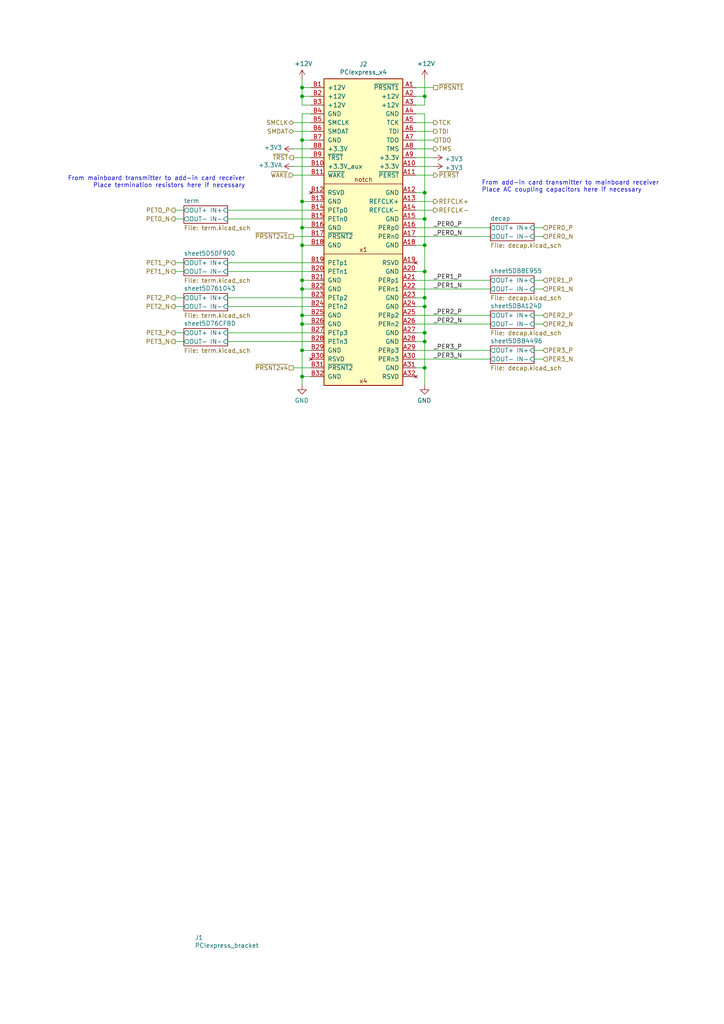
<source format=kicad_sch>
(kicad_sch (version 20211123) (generator eeschema)
  (paper "A4" portrait)
  (title_block (title "PCIexpress_x4_full") (company "Author: Luca Anastasio"))
  (lib_symbols
    (symbol "PCIexpress:PCIexpress_bracket" (pin_names (offset 1.016))
      (property "Reference" "J" (at 0 0 0))
      (property "Value" "PCIexpress_bracket" (at 0 0 0))
    )
    (symbol "PCIexpress:PCIexpress_x4" (pin_names (offset 1.016))
      (property "Reference" "J" (at 0 3.81 0))
      (property "Value" "PCIexpress_x4" (at 0 1.27 0))
      (symbol "PCIexpress_x4_0_0"
        (text "notch" (at 0 -29.21 0) (effects (font (size 1.27 1.27))))
        (text "x1" (at 0 -49.53 0) (effects (font (size 1.27 1.27))))
        (text "x4" (at 0 -87.63 0) (effects (font (size 1.27 1.27))))
      )
      (symbol "PCIexpress_x4_0_1"
        (polyline (pts (xy 11.43 -50.8) (xy -11.43 -50.8)))
        (polyline (pts (xy 11.43 -30.48) (xy -11.43 -30.48)))
      )
      (symbol "PCIexpress_x4_1_1"
        (rectangle (start 11.43 0) (end -11.43 -88.9) (stroke (width 0.254)) (fill (type background)))
        (pin passive line (at 15.24 -2.54 180) (length 3.81) (name "~{PRSNT1}") (number "A1"))
        (pin power_out line (at 15.24 -25.4 180) (length 3.81) (name "+3.3V") (number "A10"))
        (pin output line (at 15.24 -27.94 180) (length 3.81) (name "~{PERST}") (number "A11"))
        (pin power_out line (at 15.24 -33.02 180) (length 3.81) (name "GND") (number "A12"))
        (pin output line (at 15.24 -35.56 180) (length 3.81) (name "REFCLK+") (number "A13"))
        (pin output line (at 15.24 -38.1 180) (length 3.81) (name "REFCLK-") (number "A14"))
        (pin power_out line (at 15.24 -40.64 180) (length 3.81) (name "GND") (number "A15"))
        (pin input line (at 15.24 -43.18 180) (length 3.81) (name "PERp0") (number "A16"))
        (pin input line (at 15.24 -45.72 180) (length 3.81) (name "PERn0") (number "A17"))
        (pin power_out line (at 15.24 -48.26 180) (length 3.81) (name "GND") (number "A18"))
        (pin no_connect line (at 15.24 -53.34 180) (length 3.81) (name "RSVD") (number "A19"))
        (pin power_out line (at 15.24 -5.08 180) (length 3.81) (name "+12V") (number "A2"))
        (pin power_out line (at 15.24 -55.88 180) (length 3.81) (name "GND") (number "A20"))
        (pin input line (at 15.24 -58.42 180) (length 3.81) (name "PERp1") (number "A21"))
        (pin input line (at 15.24 -60.96 180) (length 3.81) (name "PERn1") (number "A22"))
        (pin power_out line (at 15.24 -63.5 180) (length 3.81) (name "GND") (number "A23"))
        (pin power_out line (at 15.24 -66.04 180) (length 3.81) (name "GND") (number "A24"))
        (pin input line (at 15.24 -68.58 180) (length 3.81) (name "PERp2") (number "A25"))
        (pin input line (at 15.24 -71.12 180) (length 3.81) (name "PERn2") (number "A26"))
        (pin power_out line (at 15.24 -73.66 180) (length 3.81) (name "GND") (number "A27"))
        (pin power_out line (at 15.24 -76.2 180) (length 3.81) (name "GND") (number "A28"))
        (pin input line (at 15.24 -78.74 180) (length 3.81) (name "PERp3") (number "A29"))
        (pin power_out line (at 15.24 -7.62 180) (length 3.81) (name "+12V") (number "A3"))
        (pin input line (at 15.24 -81.28 180) (length 3.81) (name "PERn3") (number "A30"))
        (pin power_out line (at 15.24 -83.82 180) (length 3.81) (name "GND") (number "A31"))
        (pin no_connect line (at 15.24 -86.36 180) (length 3.81) (name "RSVD") (number "A32"))
        (pin power_out line (at 15.24 -10.16 180) (length 3.81) (name "GND") (number "A4"))
        (pin output line (at 15.24 -12.7 180) (length 3.81) (name "TCK") (number "A5"))
        (pin output line (at 15.24 -15.24 180) (length 3.81) (name "TDI") (number "A6"))
        (pin input line (at 15.24 -17.78 180) (length 3.81) (name "TDO") (number "A7"))
        (pin output line (at 15.24 -20.32 180) (length 3.81) (name "TMS") (number "A8"))
        (pin power_out line (at 15.24 -22.86 180) (length 3.81) (name "+3.3V") (number "A9"))
        (pin power_out line (at -15.24 -2.54 0) (length 3.81) (name "+12V") (number "B1"))
        (pin power_out line (at -15.24 -25.4 0) (length 3.81) (name "+3.3V_aux") (number "B10"))
        (pin open_collector line (at -15.24 -27.94 0) (length 3.81) (name "~{WAKE}") (number "B11"))
        (pin no_connect line (at -15.24 -33.02 0) (length 3.81) (name "RSVD") (number "B12"))
        (pin power_out line (at -15.24 -35.56 0) (length 3.81) (name "GND") (number "B13"))
        (pin output line (at -15.24 -38.1 0) (length 3.81) (name "PETp0") (number "B14"))
        (pin output line (at -15.24 -40.64 0) (length 3.81) (name "PETn0") (number "B15"))
        (pin power_out line (at -15.24 -43.18 0) (length 3.81) (name "GND") (number "B16"))
        (pin passive line (at -15.24 -45.72 0) (length 3.81) (name "~{PRSNT2}") (number "B17"))
        (pin power_out line (at -15.24 -48.26 0) (length 3.81) (name "GND") (number "B18"))
        (pin output line (at -15.24 -53.34 0) (length 3.81) (name "PETp1") (number "B19"))
        (pin power_out line (at -15.24 -5.08 0) (length 3.81) (name "+12V") (number "B2"))
        (pin output line (at -15.24 -55.88 0) (length 3.81) (name "PETn1") (number "B20"))
        (pin power_out line (at -15.24 -58.42 0) (length 3.81) (name "GND") (number "B21"))
        (pin power_out line (at -15.24 -60.96 0) (length 3.81) (name "GND") (number "B22"))
        (pin output line (at -15.24 -63.5 0) (length 3.81) (name "PETp2") (number "B23"))
        (pin output line (at -15.24 -66.04 0) (length 3.81) (name "PETn2") (number "B24"))
        (pin power_out line (at -15.24 -68.58 0) (length 3.81) (name "GND") (number "B25"))
        (pin power_out line (at -15.24 -71.12 0) (length 3.81) (name "GND") (number "B26"))
        (pin output line (at -15.24 -73.66 0) (length 3.81) (name "PETp3") (number "B27"))
        (pin output line (at -15.24 -76.2 0) (length 3.81) (name "PETn3") (number "B28"))
        (pin power_out line (at -15.24 -78.74 0) (length 3.81) (name "GND") (number "B29"))
        (pin power_out line (at -15.24 -7.62 0) (length 3.81) (name "+12V") (number "B3"))
        (pin no_connect line (at -15.24 -81.28 0) (length 3.81) (name "RSVD") (number "B30"))
        (pin passive line (at -15.24 -83.82 0) (length 3.81) (name "~{PRSNT2}") (number "B31"))
        (pin power_out line (at -15.24 -86.36 0) (length 3.81) (name "GND") (number "B32"))
        (pin power_out line (at -15.24 -10.16 0) (length 3.81) (name "GND") (number "B4"))
        (pin open_collector line (at -15.24 -12.7 0) (length 3.81) (name "SMCLK") (number "B5"))
        (pin open_collector line (at -15.24 -15.24 0) (length 3.81) (name "SMDAT") (number "B6"))
        (pin power_out line (at -15.24 -17.78 0) (length 3.81) (name "GND") (number "B7"))
        (pin power_out line (at -15.24 -20.32 0) (length 3.81) (name "+3.3V") (number "B8"))
        (pin output line (at -15.24 -22.86 0) (length 3.81) (name "~{TRST}") (number "B9"))
      )
    )
    (symbol "PCIexpress_x4_full-rescue:+3.3V-power" (power) (pin_names (offset 0))
      (property "Value" "+3.3V-power" (at 0 3.556 0))
      (symbol "+3.3V-power_0_1"
        (polyline (pts (xy -0.762 1.27) (xy 0 2.54)))
        (polyline (pts (xy 0 0) (xy 0 2.54)))
        (polyline (pts (xy 0 2.54) (xy 0.762 1.27)))
      )
      (symbol "+3.3V-power_1_1"
        (pin power_in line (at 0 0 90) (length 0) hide (name "+3V3") (number "1"))
      )
    )
    (symbol "power:+12V" (power) (pin_names (offset 0))
      (property "Value" "+12V" (at 0 3.556 0))
      (symbol "+12V_0_1"
        (polyline (pts (xy -0.762 1.27) (xy 0 2.54)))
        (polyline (pts (xy 0 0) (xy 0 2.54)))
        (polyline (pts (xy 0 2.54) (xy 0.762 1.27)))
      )
      (symbol "+12V_1_1"
        (pin power_in line (at 0 0 90) (length 0) hide (name "+12V") (number "1"))
      )
    )
    (symbol "power:+3.3VA" (power) (pin_names (offset 0))
      (property "Value" "+3.3VA" (at 0 3.556 0))
      (symbol "+3.3VA_0_1"
        (polyline (pts (xy -0.762 1.27) (xy 0 2.54)))
        (polyline (pts (xy 0 0) (xy 0 2.54)))
        (polyline (pts (xy 0 2.54) (xy 0.762 1.27)))
      )
      (symbol "+3.3VA_1_1"
        (pin power_in line (at 0 0 90) (length 0) hide (name "+3.3VA") (number "1"))
      )
    )
    (symbol "power:GND" (power) (pin_names (offset 0))
      (property "Value" "GND" (at 0 -3.81 0))
      (symbol "GND_0_1"
        (polyline (pts (xy 0 0) (xy 0 -1.27) (xy 1.27 -1.27) (xy 0 -2.54) (xy -1.27 -1.27) (xy 0 -1.27)))
      )
      (symbol "GND_1_1"
        (pin power_in line (at 0 0 270) (length 0) hide (name "GND") (number "1"))
      )
    )
  )
  (junction (at 87.63 27.94))
  (junction (at 123.19 63.5))
  (junction (at 123.19 27.94))
  (junction (at 123.19 78.74))
  (junction (at 87.63 109.22))
  (junction (at 123.19 86.36))
  (junction (at 123.19 88.9))
  (junction (at 87.63 58.42))
  (junction (at 123.19 71.12))
  (junction (at 87.63 93.98))
  (junction (at 87.63 83.82))
  (junction (at 87.63 71.12))
  (junction (at 123.19 96.52))
  (junction (at 87.63 91.44))
  (junction (at 123.19 99.06))
  (junction (at 87.63 101.6))
  (junction (at 87.63 66.04))
  (junction (at 87.63 40.64))
  (junction (at 123.19 106.68))
  (junction (at 123.19 55.88))
  (junction (at 87.63 25.4))
  (junction (at 87.63 81.28))
  (wire (pts (xy 120.65 71.12) (xy 123.19 71.12)))
  (wire (pts (xy 90.17 40.64) (xy 87.63 40.64)))
  (wire (pts (xy 50.8 86.36) (xy 53.34 86.36)))
  (wire (pts (xy 120.65 58.42) (xy 125.73 58.42)))
  (wire (pts (xy 87.63 91.44) (xy 87.63 83.82)))
  (wire (pts (xy 85.09 43.18) (xy 90.17 43.18)))
  (wire (pts (xy 120.65 55.88) (xy 123.19 55.88)))
  (wire (pts (xy 120.65 93.98) (xy 142.24 93.98)))
  (wire (pts (xy 66.04 76.2) (xy 90.17 76.2)))
  (wire (pts (xy 90.17 30.48) (xy 87.63 30.48)))
  (wire (pts (xy 90.17 71.12) (xy 87.63 71.12)))
  (wire (pts (xy 85.09 35.56) (xy 90.17 35.56)))
  (wire (pts (xy 123.19 86.36) (xy 123.19 88.9)))
  (wire (pts (xy 50.8 96.52) (xy 53.34 96.52)))
  (wire (pts (xy 66.04 96.52) (xy 90.17 96.52)))
  (wire (pts (xy 154.94 93.98) (xy 157.48 93.98)))
  (wire (pts (xy 123.19 55.88) (xy 123.19 63.5)))
  (wire (pts (xy 90.17 25.4) (xy 87.63 25.4)))
  (wire (pts (xy 120.65 81.28) (xy 142.24 81.28)))
  (wire (pts (xy 123.19 111.76) (xy 123.19 106.68)))
  (wire (pts (xy 50.8 60.96) (xy 53.34 60.96)))
  (wire (pts (xy 87.63 109.22) (xy 87.63 101.6)))
  (wire (pts (xy 90.17 66.04) (xy 87.63 66.04)))
  (wire (pts (xy 120.65 40.64) (xy 125.73 40.64)))
  (wire (pts (xy 120.65 63.5) (xy 123.19 63.5)))
  (wire (pts (xy 120.65 66.04) (xy 142.24 66.04)))
  (wire (pts (xy 123.19 30.48) (xy 123.19 27.94)))
  (wire (pts (xy 120.65 45.72) (xy 125.73 45.72)))
  (wire (pts (xy 154.94 81.28) (xy 157.48 81.28)))
  (wire (pts (xy 87.63 83.82) (xy 87.63 81.28)))
  (wire (pts (xy 85.09 38.1) (xy 90.17 38.1)))
  (wire (pts (xy 90.17 58.42) (xy 87.63 58.42)))
  (wire (pts (xy 120.65 35.56) (xy 125.73 35.56)))
  (wire (pts (xy 87.63 93.98) (xy 87.63 91.44)))
  (wire (pts (xy 120.65 50.8) (xy 125.73 50.8)))
  (wire (pts (xy 120.65 78.74) (xy 123.19 78.74)))
  (wire (pts (xy 87.63 33.02) (xy 90.17 33.02)))
  (wire (pts (xy 87.63 101.6) (xy 87.63 93.98)))
  (wire (pts (xy 87.63 30.48) (xy 87.63 27.94)))
  (wire (pts (xy 120.65 60.96) (xy 125.73 60.96)))
  (wire (pts (xy 120.65 38.1) (xy 125.73 38.1)))
  (wire (pts (xy 120.65 86.36) (xy 123.19 86.36)))
  (wire (pts (xy 154.94 83.82) (xy 157.48 83.82)))
  (wire (pts (xy 87.63 71.12) (xy 87.63 66.04)))
  (wire (pts (xy 154.94 68.58) (xy 157.48 68.58)))
  (wire (pts (xy 90.17 109.22) (xy 87.63 109.22)))
  (wire (pts (xy 90.17 83.82) (xy 87.63 83.82)))
  (wire (pts (xy 120.65 68.58) (xy 142.24 68.58)))
  (wire (pts (xy 87.63 27.94) (xy 90.17 27.94)))
  (wire (pts (xy 90.17 91.44) (xy 87.63 91.44)))
  (wire (pts (xy 123.19 63.5) (xy 123.19 71.12)))
  (wire (pts (xy 120.65 43.18) (xy 125.73 43.18)))
  (wire (pts (xy 90.17 101.6) (xy 87.63 101.6)))
  (wire (pts (xy 50.8 63.5) (xy 53.34 63.5)))
  (wire (pts (xy 85.09 45.72) (xy 90.17 45.72)))
  (wire (pts (xy 90.17 68.58) (xy 85.09 68.58)))
  (wire (pts (xy 87.63 58.42) (xy 87.63 40.64)))
  (wire (pts (xy 85.09 48.26) (xy 90.17 48.26)))
  (wire (pts (xy 66.04 63.5) (xy 90.17 63.5)))
  (wire (pts (xy 66.04 88.9) (xy 90.17 88.9)))
  (wire (pts (xy 120.65 106.68) (xy 123.19 106.68)))
  (wire (pts (xy 120.65 88.9) (xy 123.19 88.9)))
  (wire (pts (xy 85.09 106.68) (xy 90.17 106.68)))
  (wire (pts (xy 120.65 104.14) (xy 142.24 104.14)))
  (wire (pts (xy 120.65 48.26) (xy 125.73 48.26)))
  (wire (pts (xy 123.19 33.02) (xy 123.19 55.88)))
  (wire (pts (xy 154.94 66.04) (xy 157.48 66.04)))
  (wire (pts (xy 87.63 66.04) (xy 87.63 58.42)))
  (wire (pts (xy 120.65 96.52) (xy 123.19 96.52)))
  (wire (pts (xy 66.04 86.36) (xy 90.17 86.36)))
  (wire (pts (xy 123.19 99.06) (xy 123.19 106.68)))
  (wire (pts (xy 50.8 78.74) (xy 53.34 78.74)))
  (wire (pts (xy 154.94 104.14) (xy 157.48 104.14)))
  (wire (pts (xy 123.19 96.52) (xy 123.19 99.06)))
  (wire (pts (xy 66.04 60.96) (xy 90.17 60.96)))
  (wire (pts (xy 123.19 78.74) (xy 123.19 86.36)))
  (wire (pts (xy 50.8 99.06) (xy 53.34 99.06)))
  (wire (pts (xy 66.04 99.06) (xy 90.17 99.06)))
  (wire (pts (xy 123.19 71.12) (xy 123.19 78.74)))
  (wire (pts (xy 87.63 81.28) (xy 87.63 71.12)))
  (wire (pts (xy 87.63 40.64) (xy 87.63 33.02)))
  (wire (pts (xy 66.04 78.74) (xy 90.17 78.74)))
  (wire (pts (xy 120.65 25.4) (xy 125.73 25.4)))
  (wire (pts (xy 120.65 99.06) (xy 123.19 99.06)))
  (wire (pts (xy 123.19 22.86) (xy 123.19 27.94)))
  (wire (pts (xy 87.63 111.76) (xy 87.63 109.22)))
  (wire (pts (xy 123.19 88.9) (xy 123.19 96.52)))
  (wire (pts (xy 87.63 27.94) (xy 87.63 25.4)))
  (wire (pts (xy 120.65 30.48) (xy 123.19 30.48)))
  (wire (pts (xy 120.65 91.44) (xy 142.24 91.44)))
  (wire (pts (xy 123.19 27.94) (xy 120.65 27.94)))
  (wire (pts (xy 85.09 50.8) (xy 90.17 50.8)))
  (wire (pts (xy 154.94 91.44) (xy 157.48 91.44)))
  (wire (pts (xy 123.19 33.02) (xy 120.65 33.02)))
  (wire (pts (xy 87.63 25.4) (xy 87.63 22.86)))
  (wire (pts (xy 50.8 76.2) (xy 53.34 76.2)))
  (wire (pts (xy 120.65 83.82) (xy 142.24 83.82)))
  (wire (pts (xy 120.65 101.6) (xy 142.24 101.6)))
  (wire (pts (xy 90.17 93.98) (xy 87.63 93.98)))
  (wire (pts (xy 50.8 88.9) (xy 53.34 88.9)))
  (wire (pts (xy 154.94 101.6) (xy 157.48 101.6)))
  (wire (pts (xy 90.17 81.28) (xy 87.63 81.28)))
  (text "From mainboard transmitter to add-in card receiver\nPlace termination resistors here if necessary" (at 71.12 54.61 180) (effects (font (size 1.27 1.27)) (justify right bottom)))
  (text "From add-in card transmitter to mainboard receiver\nPlace AC coupling capacitors here if necessary" (at 139.7 55.88 0) (effects (font (size 1.27 1.27)) (justify left bottom)))
  (label "_PER0_P" (at 125.73 66.04 0))
  (label "_PER2_P" (at 125.73 91.44 0))
  (label "_PER1_P" (at 125.73 81.28 0))
  (label "_PER3_N" (at 125.73 104.14 0))
  (label "_PER0_N" (at 125.73 68.58 0))
  (label "_PER3_P" (at 125.73 101.6 0))
  (label "_PER2_N" (at 125.73 93.98 0))
  (label "_PER1_N" (at 125.73 83.82 0))
  (hierarchical_label "TMS" (shape output) (at 125.73 43.18 0))
  (hierarchical_label "PER0_P" (shape input) (at 157.48 66.04 0))
  (hierarchical_label "PER0_N" (shape input) (at 157.48 68.58 0))
  (hierarchical_label "PET1_P" (shape output) (at 50.8 76.2 180))
  (hierarchical_label "~{TRST}" (shape output) (at 85.09 45.72 180))
  (hierarchical_label "PER2_N" (shape input) (at 157.48 93.98 0))
  (hierarchical_label "~{PRSNT1}" (shape passive) (at 125.73 25.4 0))
  (hierarchical_label "TDI" (shape output) (at 125.73 38.1 0))
  (hierarchical_label "PET1_N" (shape output) (at 50.8 78.74 180))
  (hierarchical_label "~{PRSNT2x4}" (shape passive) (at 85.09 106.68 180))
  (hierarchical_label "SMDAT" (shape bidirectional) (at 85.09 38.1 180))
  (hierarchical_label "~{PRSNT2x1}" (shape passive) (at 85.09 68.58 180))
  (hierarchical_label "PET2_P" (shape output) (at 50.8 86.36 180))
  (hierarchical_label "PET0_P" (shape output) (at 50.8 60.96 180))
  (hierarchical_label "~{WAKE}" (shape input) (at 85.09 50.8 180))
  (hierarchical_label "SMCLK" (shape bidirectional) (at 85.09 35.56 180))
  (hierarchical_label "REFCLK+" (shape output) (at 125.73 58.42 0))
  (hierarchical_label "PET3_P" (shape output) (at 50.8 96.52 180))
  (hierarchical_label "PER1_P" (shape input) (at 157.48 81.28 0))
  (hierarchical_label "TCK" (shape output) (at 125.73 35.56 0))
  (hierarchical_label "PET0_N" (shape output) (at 50.8 63.5 180))
  (hierarchical_label "PER3_P" (shape input) (at 157.48 101.6 0))
  (hierarchical_label "PET3_N" (shape output) (at 50.8 99.06 180))
  (hierarchical_label "PER3_N" (shape input) (at 157.48 104.14 0))
  (hierarchical_label "PER2_P" (shape input) (at 157.48 91.44 0))
  (hierarchical_label "REFCLK-" (shape output) (at 125.73 60.96 0))
  (hierarchical_label "TDO" (shape input) (at 125.73 40.64 0))
  (hierarchical_label "~{PERST}" (shape output) (at 125.73 50.8 0))
  (hierarchical_label "PET2_N" (shape output) (at 50.8 88.9 180))
  (hierarchical_label "PER1_N" (shape input) (at 157.48 83.82 0))
  (symbol (lib_id "PCIexpress:PCIexpress_x4") (at 105.41 22.86 0) (unit 1)
    (property "Reference" "J2" (at 105.41 18.6182 0))
    (property "Value" "PCIexpress_x4" (at 105.41 20.9296 0))
    (property "Footprint" "PCIexpress:PCIexpress_x4" (effects hide))
  )
  (symbol (lib_id "PCIexpress:PCIexpress_bracket") (at 55.88 273.05 0) (unit 1)
    (property "Reference" "J1" (at 56.515 271.8816 0) (effects (justify left)))
    (property "Value" "PCIexpress_bracket" (at 56.515 274.193 0) (effects (justify left)))
    (property "Footprint" "PCIexpress:PCIexpress_bracket_full" (effects hide))
  )
  (symbol (lib_id "power:GND") (at 87.63 111.76 0) (mirror y) (unit 1)
    (property "Reference" "#PWR0101" (effects hide))
    (property "Value" "GND" (at 87.503 116.1542 0))
  )
  (symbol (lib_id "power:GND") (at 123.19 111.76 0) (mirror y) (unit 1)
    (property "Reference" "#PWR0102" (effects hide))
    (property "Value" "GND" (at 123.063 116.1542 0))
  )
  (symbol (lib_id "PCIexpress_x4_full-rescue:+3.3V-power") (at 85.09 43.18 90) (unit 1)
    (property "Reference" "#PWR?" (effects hide))
  )
  (symbol (lib_id "PCIexpress_x4_full-rescue:+3.3V-power") (at 125.73 45.72 270) (unit 1)
    (property "Reference" "#PWR?" (effects hide))
  )
  (symbol (lib_id "PCIexpress_x4_full-rescue:+3.3V-power") (at 125.73 48.26 270) (unit 1)
    (property "Reference" "#PWR?" (effects hide))
  )
  (symbol (lib_id "power:+3.3VA") (at 85.09 48.26 90) (unit 1)
    (property "Reference" "#PWR?" (effects hide))
  )
  (symbol (lib_id "power:+12V") (at 87.63 22.86 0) (unit 1)
    (property "Reference" "#PWR?" (effects hide))
  )
  (symbol (lib_id "power:+12V") (at 123.19 22.86 0) (unit 1)
    (property "Reference" "#PWR?" (effects hide))
  )
  (sheet (at 53.34 59.69) (size 12.7 5.08)
    (property "Sheet name" "term" (at 53.34 58.9784 0) (effects (justify left bottom)))
    (property "Sheet file" "term.kicad_sch" (at 53.34 65.3546 0) (effects (justify left top)))
    (pin "IN+" input (at 66.04 60.96 0))
    (pin "IN-" input (at 66.04 63.5 0))
    (pin "OUT+" output (at 53.34 60.96 180))
    (pin "OUT-" output (at 53.34 63.5 180))
  )
  (sheet (at 53.34 74.93) (size 12.7 5.08)
    (property "Sheet name" "sheet5D5DF900" (at 53.34 74.2184 0) (effects (justify left bottom)))
    (property "Sheet file" "term.kicad_sch" (at 53.34 80.5946 0) (effects (justify left top)))
    (pin "IN+" input (at 66.04 76.2 0))
    (pin "IN-" input (at 66.04 78.74 0))
    (pin "OUT+" output (at 53.34 76.2 180))
    (pin "OUT-" output (at 53.34 78.74 180))
  )
  (sheet (at 53.34 85.09) (size 12.7 5.08)
    (property "Sheet name" "sheet5D761043" (at 53.34 84.3784 0) (effects (justify left bottom)))
    (property "Sheet file" "term.kicad_sch" (at 53.34 90.7546 0) (effects (justify left top)))
    (pin "IN+" input (at 66.04 86.36 0))
    (pin "IN-" input (at 66.04 88.9 0))
    (pin "OUT+" output (at 53.34 86.36 180))
    (pin "OUT-" output (at 53.34 88.9 180))
  )
  (sheet (at 53.34 95.25) (size 12.7 5.08)
    (property "Sheet name" "sheet5D76CFBD" (at 53.34 94.5384 0) (effects (justify left bottom)))
    (property "Sheet file" "term.kicad_sch" (at 53.34 100.9146 0) (effects (justify left top)))
    (pin "IN+" input (at 66.04 96.52 0))
    (pin "IN-" input (at 66.04 99.06 0))
    (pin "OUT+" output (at 53.34 96.52 180))
    (pin "OUT-" output (at 53.34 99.06 180))
  )
  (sheet (at 142.24 64.77) (size 12.7 5.08)
    (property "Sheet name" "decap" (at 142.24 64.0584 0) (effects (justify left bottom)))
    (property "Sheet file" "decap.kicad_sch" (at 142.24 70.4346 0) (effects (justify left top)))
    (pin "IN+" input (at 154.94 66.04 0))
    (pin "OUT+" output (at 142.24 66.04 180))
    (pin "OUT-" output (at 142.24 68.58 180))
    (pin "IN-" input (at 154.94 68.58 0))
  )
  (sheet (at 142.24 80.01) (size 12.7 5.08)
    (property "Sheet name" "sheet5DB8E955" (at 142.24 79.2984 0) (effects (justify left bottom)))
    (property "Sheet file" "decap.kicad_sch" (at 142.24 85.6746 0) (effects (justify left top)))
    (pin "IN+" input (at 154.94 81.28 0))
    (pin "OUT+" output (at 142.24 81.28 180))
    (pin "OUT-" output (at 142.24 83.82 180))
    (pin "IN-" input (at 154.94 83.82 0))
  )
  (sheet (at 142.24 90.17) (size 12.7 5.08)
    (property "Sheet name" "sheet5DBA124D" (at 142.24 89.4584 0) (effects (justify left bottom)))
    (property "Sheet file" "decap.kicad_sch" (at 142.24 95.8346 0) (effects (justify left top)))
    (pin "IN+" input (at 154.94 91.44 0))
    (pin "OUT+" output (at 142.24 91.44 180))
    (pin "OUT-" output (at 142.24 93.98 180))
    (pin "IN-" input (at 154.94 93.98 0))
  )
  (sheet (at 142.24 100.33) (size 12.7 5.08)
    (property "Sheet name" "sheet5DBB4496" (at 142.24 99.6184 0) (effects (justify left bottom)))
    (property "Sheet file" "decap.kicad_sch" (at 142.24 105.9946 0) (effects (justify left top)))
    (pin "IN+" input (at 154.94 101.6 0))
    (pin "OUT+" output (at 142.24 101.6 180))
    (pin "OUT-" output (at 142.24 104.14 180))
    (pin "IN-" input (at 154.94 104.14 0))
  )
)
</source>
